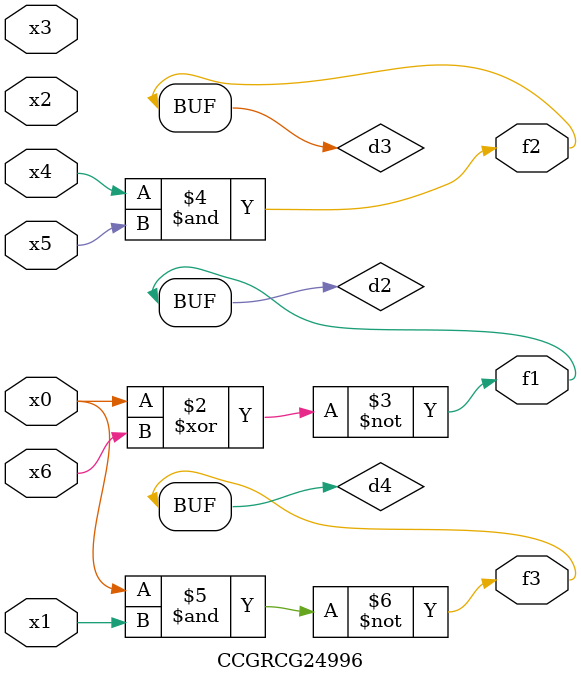
<source format=v>
module CCGRCG24996(
	input x0, x1, x2, x3, x4, x5, x6,
	output f1, f2, f3
);

	wire d1, d2, d3, d4;

	nor (d1, x0);
	xnor (d2, x0, x6);
	and (d3, x4, x5);
	nand (d4, x0, x1);
	assign f1 = d2;
	assign f2 = d3;
	assign f3 = d4;
endmodule

</source>
